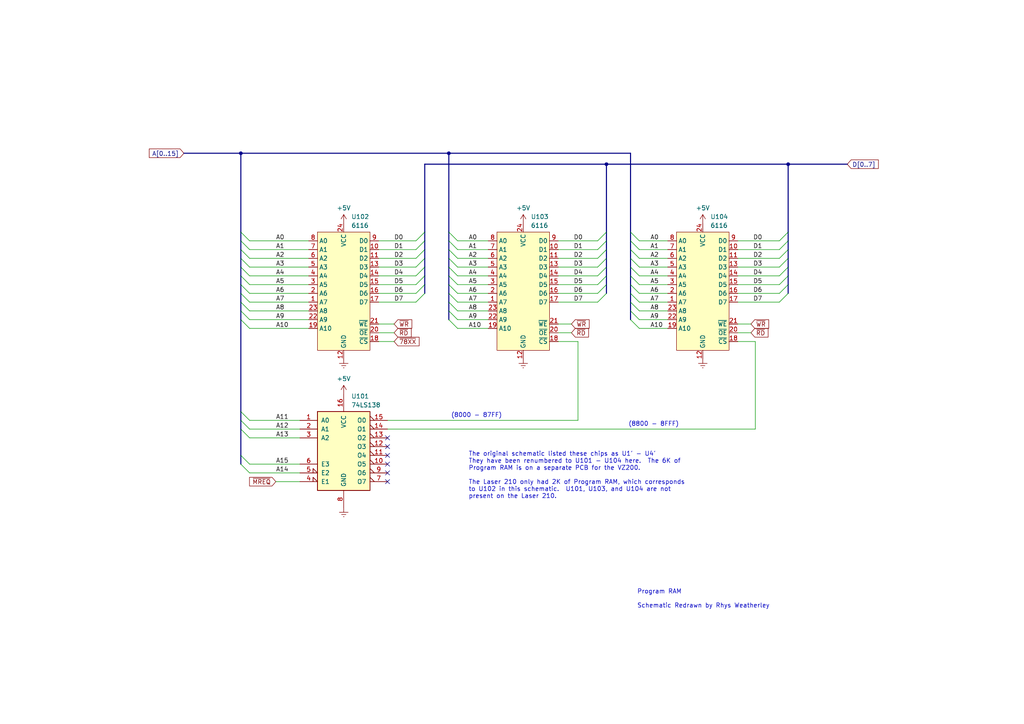
<source format=kicad_sch>
(kicad_sch (version 20230121) (generator eeschema)
  (paper "A4")
  (lib_symbols
    (symbol "6116_2K_x_8_Static_RAM_1"
      (property "Reference" "U" (at 3.81 2.54 0))
      (property "Value" "6116" (at 5.08 0 0))
      (symbol "6116_2K_x_8_Static_RAM_1_1_1"
        (rectangle (start -7.62 -2.54) (end 7.62 -36.83) (fill (type background)))
        (pin input line (at -10.16 -22.86 0) (length 2.54) (name "A7") (number "1"))
        (pin bidirectional line (at 10.16 -7.62 180) (length 2.54) (name "D1") (number "10"))
        (pin bidirectional line (at 10.16 -10.16 180) (length 2.54) (name "D2") (number "11"))
        (pin power_in line (at 0 -39.37 90) (length 2.54) (name "GND") (number "12"))
        (pin bidirectional line (at 10.16 -12.7 180) (length 2.54) (name "D3") (number "13"))
        (pin bidirectional line (at 10.16 -15.24 180) (length 2.54) (name "D4") (number "14"))
        (pin bidirectional line (at 10.16 -17.78 180) (length 2.54) (name "D5") (number "15"))
        (pin bidirectional line (at 10.16 -20.32 180) (length 2.54) (name "D6") (number "16"))
        (pin bidirectional line (at 10.16 -22.86 180) (length 2.54) (name "D7") (number "17"))
        (pin input line (at 10.16 -34.29 180) (length 2.54) (name "~{CS}") (number "18"))
        (pin input line (at -10.16 -30.48 0) (length 2.54) (name "A10") (number "19"))
        (pin input line (at -10.16 -20.32 0) (length 2.54) (name "A6") (number "2"))
        (pin input line (at 10.16 -31.75 180) (length 2.54) (name "~{OE}") (number "20"))
        (pin input line (at 10.16 -29.21 180) (length 2.54) (name "~{WE}") (number "21"))
        (pin input line (at -10.16 -27.94 0) (length 2.54) (name "A9") (number "22"))
        (pin input line (at -10.16 -25.4 0) (length 2.54) (name "A8") (number "23"))
        (pin power_in line (at 0 0 270) (length 2.54) (name "VCC") (number "24"))
        (pin input line (at -10.16 -17.78 0) (length 2.54) (name "A5") (number "3"))
        (pin input line (at -10.16 -15.24 0) (length 2.54) (name "A4") (number "4"))
        (pin input line (at -10.16 -12.7 0) (length 2.54) (name "A3") (number "5"))
        (pin input line (at -10.16 -10.16 0) (length 2.54) (name "A2") (number "6"))
        (pin input line (at -10.16 -7.62 0) (length 2.54) (name "A1") (number "7"))
        (pin input line (at -10.16 -5.08 0) (length 2.54) (name "A0") (number "8"))
        (pin bidirectional line (at 10.16 -5.08 180) (length 2.54) (name "D0") (number "9"))
      )
    )
    (symbol "6116_2K_x_8_Static_RAM_2"
      (property "Reference" "U" (at 3.81 2.54 0))
      (property "Value" "6116" (at 5.08 0 0))
      (symbol "6116_2K_x_8_Static_RAM_2_1_1"
        (rectangle (start -7.62 -2.54) (end 7.62 -36.83) (fill (type background)))
        (pin input line (at -10.16 -22.86 0) (length 2.54) (name "A7") (number "1"))
        (pin bidirectional line (at 10.16 -7.62 180) (length 2.54) (name "D1") (number "10"))
        (pin bidirectional line (at 10.16 -10.16 180) (length 2.54) (name "D2") (number "11"))
        (pin power_in line (at 0 -39.37 90) (length 2.54) (name "GND") (number "12"))
        (pin bidirectional line (at 10.16 -12.7 180) (length 2.54) (name "D3") (number "13"))
        (pin bidirectional line (at 10.16 -15.24 180) (length 2.54) (name "D4") (number "14"))
        (pin bidirectional line (at 10.16 -17.78 180) (length 2.54) (name "D5") (number "15"))
        (pin bidirectional line (at 10.16 -20.32 180) (length 2.54) (name "D6") (number "16"))
        (pin bidirectional line (at 10.16 -22.86 180) (length 2.54) (name "D7") (number "17"))
        (pin input line (at 10.16 -34.29 180) (length 2.54) (name "~{CS}") (number "18"))
        (pin input line (at -10.16 -30.48 0) (length 2.54) (name "A10") (number "19"))
        (pin input line (at -10.16 -20.32 0) (length 2.54) (name "A6") (number "2"))
        (pin input line (at 10.16 -31.75 180) (length 2.54) (name "~{OE}") (number "20"))
        (pin input line (at 10.16 -29.21 180) (length 2.54) (name "~{WE}") (number "21"))
        (pin input line (at -10.16 -27.94 0) (length 2.54) (name "A9") (number "22"))
        (pin input line (at -10.16 -25.4 0) (length 2.54) (name "A8") (number "23"))
        (pin power_in line (at 0 0 270) (length 2.54) (name "VCC") (number "24"))
        (pin input line (at -10.16 -17.78 0) (length 2.54) (name "A5") (number "3"))
        (pin input line (at -10.16 -15.24 0) (length 2.54) (name "A4") (number "4"))
        (pin input line (at -10.16 -12.7 0) (length 2.54) (name "A3") (number "5"))
        (pin input line (at -10.16 -10.16 0) (length 2.54) (name "A2") (number "6"))
        (pin input line (at -10.16 -7.62 0) (length 2.54) (name "A1") (number "7"))
        (pin input line (at -10.16 -5.08 0) (length 2.54) (name "A0") (number "8"))
        (pin bidirectional line (at 10.16 -5.08 180) (length 2.54) (name "D0") (number "9"))
      )
    )
    (symbol "74xx:74LS138" (pin_names (offset 1.016))
      (property "Reference" "U" (at -7.62 11.43 0))
      (property "Value" "74LS138" (at -7.62 -13.97 0))
      (symbol "74LS138_1_0"
        (pin input line (at -12.7 7.62 0) (length 5.08) (name "A0") (number "1"))
        (pin output output_low (at 12.7 -5.08 180) (length 5.08) (name "O5") (number "10"))
        (pin output output_low (at 12.7 -2.54 180) (length 5.08) (name "O4") (number "11"))
        (pin output output_low (at 12.7 0 180) (length 5.08) (name "O3") (number "12"))
        (pin output output_low (at 12.7 2.54 180) (length 5.08) (name "O2") (number "13"))
        (pin output output_low (at 12.7 5.08 180) (length 5.08) (name "O1") (number "14"))
        (pin output output_low (at 12.7 7.62 180) (length 5.08) (name "O0") (number "15"))
        (pin power_in line (at 0 15.24 270) (length 5.08) (name "VCC") (number "16"))
        (pin input line (at -12.7 5.08 0) (length 5.08) (name "A1") (number "2"))
        (pin input line (at -12.7 2.54 0) (length 5.08) (name "A2") (number "3"))
        (pin input input_low (at -12.7 -10.16 0) (length 5.08) (name "E1") (number "4"))
        (pin input input_low (at -12.7 -7.62 0) (length 5.08) (name "E2") (number "5"))
        (pin input line (at -12.7 -5.08 0) (length 5.08) (name "E3") (number "6"))
        (pin output output_low (at 12.7 -10.16 180) (length 5.08) (name "O7") (number "7"))
        (pin power_in line (at 0 -17.78 90) (length 5.08) (name "GND") (number "8"))
        (pin output output_low (at 12.7 -7.62 180) (length 5.08) (name "O6") (number "9"))
      )
      (symbol "74LS138_1_1"
        (rectangle (start -7.62 10.16) (end 7.62 -12.7) (stroke (width 0.254)) (fill (type background)))
      )
    )
    (symbol "RAM_6116:6116_2K_x_8_Static_RAM"
      (property "Reference" "U" (at 3.81 2.54 0))
      (property "Value" "6116" (at 5.08 0 0))
      (symbol "6116_2K_x_8_Static_RAM_1_1"
        (rectangle (start -7.62 -2.54) (end 7.62 -36.83) (fill (type background)))
        (pin input line (at -10.16 -22.86 0) (length 2.54) (name "A7") (number "1"))
        (pin bidirectional line (at 10.16 -7.62 180) (length 2.54) (name "D1") (number "10"))
        (pin bidirectional line (at 10.16 -10.16 180) (length 2.54) (name "D2") (number "11"))
        (pin power_in line (at 0 -39.37 90) (length 2.54) (name "GND") (number "12"))
        (pin bidirectional line (at 10.16 -12.7 180) (length 2.54) (name "D3") (number "13"))
        (pin bidirectional line (at 10.16 -15.24 180) (length 2.54) (name "D4") (number "14"))
        (pin bidirectional line (at 10.16 -17.78 180) (length 2.54) (name "D5") (number "15"))
        (pin bidirectional line (at 10.16 -20.32 180) (length 2.54) (name "D6") (number "16"))
        (pin bidirectional line (at 10.16 -22.86 180) (length 2.54) (name "D7") (number "17"))
        (pin input line (at 10.16 -34.29 180) (length 2.54) (name "~{CS}") (number "18"))
        (pin input line (at -10.16 -30.48 0) (length 2.54) (name "A10") (number "19"))
        (pin input line (at -10.16 -20.32 0) (length 2.54) (name "A6") (number "2"))
        (pin input line (at 10.16 -31.75 180) (length 2.54) (name "~{OE}") (number "20"))
        (pin input line (at 10.16 -29.21 180) (length 2.54) (name "~{WE}") (number "21"))
        (pin input line (at -10.16 -27.94 0) (length 2.54) (name "A9") (number "22"))
        (pin input line (at -10.16 -25.4 0) (length 2.54) (name "A8") (number "23"))
        (pin power_in line (at 0 0 270) (length 2.54) (name "VCC") (number "24"))
        (pin input line (at -10.16 -17.78 0) (length 2.54) (name "A5") (number "3"))
        (pin input line (at -10.16 -15.24 0) (length 2.54) (name "A4") (number "4"))
        (pin input line (at -10.16 -12.7 0) (length 2.54) (name "A3") (number "5"))
        (pin input line (at -10.16 -10.16 0) (length 2.54) (name "A2") (number "6"))
        (pin input line (at -10.16 -7.62 0) (length 2.54) (name "A1") (number "7"))
        (pin input line (at -10.16 -5.08 0) (length 2.54) (name "A0") (number "8"))
        (pin bidirectional line (at 10.16 -5.08 180) (length 2.54) (name "D0") (number "9"))
      )
    )
    (symbol "power:+5V" (power) (pin_names (offset 0))
      (property "Value" "+5V" (at 0 3.556 0))
      (symbol "+5V_0_1"
        (polyline (pts (xy -0.762 1.27) (xy 0 2.54)))
        (polyline (pts (xy 0 0) (xy 0 2.54)))
        (polyline (pts (xy 0 2.54) (xy 0.762 1.27)))
      )
      (symbol "+5V_1_1"
        (pin power_in line (at 0 0 90) (length 0) hide (name "+5V") (number "1"))
      )
    )
    (symbol "power:Earth" (power) (pin_names (offset 0))
      (symbol "Earth_0_1"
        (polyline (pts (xy -0.635 -1.905) (xy 0.635 -1.905)))
        (polyline (pts (xy -0.127 -2.54) (xy 0.127 -2.54)))
        (polyline (pts (xy 0 -1.27) (xy 0 0)))
        (polyline (pts (xy 1.27 -1.27) (xy -1.27 -1.27)))
      )
      (symbol "Earth_1_1"
        (pin power_in line (at 0 0 270) (length 0) hide (name "Earth") (number "1"))
      )
    )
  )
  (junction (at 130.175 44.45))
  (junction (at 69.85 44.45))
  (junction (at 175.895 47.625))
  (junction (at 228.6 47.625))
  (no_connect (at 112.395 127))
  (no_connect (at 112.395 139.7))
  (no_connect (at 112.395 132.08))
  (no_connect (at 112.395 134.62))
  (no_connect (at 112.395 137.16))
  (no_connect (at 112.395 129.54))
  (bus_entry (at 130.175 87.63) (size 2.54 2.54))
  (bus_entry (at 226.06 87.63) (size 2.54 -2.54))
  (bus_entry (at 182.88 77.47) (size 2.54 2.54))
  (bus_entry (at 69.85 77.47) (size 2.54 2.54))
  (bus_entry (at 130.175 72.39) (size 2.54 2.54))
  (bus_entry (at 130.175 92.71) (size 2.54 2.54))
  (bus_entry (at 72.39 124.46) (size -2.54 -2.54))
  (bus_entry (at 69.85 82.55) (size 2.54 2.54))
  (bus_entry (at 182.88 80.01) (size 2.54 2.54))
  (bus_entry (at 173.355 69.85) (size 2.54 -2.54))
  (bus_entry (at 69.85 72.39) (size 2.54 2.54))
  (bus_entry (at 120.65 74.93) (size 2.54 -2.54))
  (bus_entry (at 120.65 82.55) (size 2.54 -2.54))
  (bus_entry (at 182.88 74.93) (size 2.54 2.54))
  (bus_entry (at 182.88 82.55) (size 2.54 2.54))
  (bus_entry (at 69.85 87.63) (size 2.54 2.54))
  (bus_entry (at 72.39 95.25) (size -2.54 -2.54))
  (bus_entry (at 120.65 72.39) (size 2.54 -2.54))
  (bus_entry (at 226.06 69.85) (size 2.54 -2.54))
  (bus_entry (at 120.65 87.63) (size 2.54 -2.54))
  (bus_entry (at 69.85 80.01) (size 2.54 2.54))
  (bus_entry (at 226.06 72.39) (size 2.54 -2.54))
  (bus_entry (at 226.06 82.55) (size 2.54 -2.54))
  (bus_entry (at 182.88 87.63) (size 2.54 2.54))
  (bus_entry (at 182.88 90.17) (size 2.54 2.54))
  (bus_entry (at 182.88 92.71) (size 2.54 2.54))
  (bus_entry (at 173.355 74.93) (size 2.54 -2.54))
  (bus_entry (at 120.65 85.09) (size 2.54 -2.54))
  (bus_entry (at 226.06 77.47) (size 2.54 -2.54))
  (bus_entry (at 130.175 69.85) (size 2.54 2.54))
  (bus_entry (at 120.65 77.47) (size 2.54 -2.54))
  (bus_entry (at 173.355 82.55) (size 2.54 -2.54))
  (bus_entry (at 173.355 85.09) (size 2.54 -2.54))
  (bus_entry (at 182.88 85.09) (size 2.54 2.54))
  (bus_entry (at 226.06 74.93) (size 2.54 -2.54))
  (bus_entry (at 226.06 85.09) (size 2.54 -2.54))
  (bus_entry (at 72.39 137.16) (size -2.54 -2.54))
  (bus_entry (at 69.85 74.93) (size 2.54 2.54))
  (bus_entry (at 120.65 80.01) (size 2.54 -2.54))
  (bus_entry (at 182.88 72.39) (size 2.54 2.54))
  (bus_entry (at 173.355 87.63) (size 2.54 -2.54))
  (bus_entry (at 130.175 74.93) (size 2.54 2.54))
  (bus_entry (at 72.39 134.62) (size -2.54 -2.54))
  (bus_entry (at 72.39 127) (size -2.54 -2.54))
  (bus_entry (at 173.355 77.47) (size 2.54 -2.54))
  (bus_entry (at 173.355 80.01) (size 2.54 -2.54))
  (bus_entry (at 173.355 72.39) (size 2.54 -2.54))
  (bus_entry (at 226.06 80.01) (size 2.54 -2.54))
  (bus_entry (at 130.175 77.47) (size 2.54 2.54))
  (bus_entry (at 69.85 85.09) (size 2.54 2.54))
  (bus_entry (at 69.85 69.85) (size 2.54 2.54))
  (bus_entry (at 72.39 121.92) (size -2.54 -2.54))
  (bus_entry (at 182.88 69.85) (size 2.54 2.54))
  (bus_entry (at 130.175 67.31) (size 2.54 2.54))
  (bus_entry (at 69.85 67.31) (size 2.54 2.54))
  (bus_entry (at 130.175 80.01) (size 2.54 2.54))
  (bus_entry (at 130.175 85.09) (size 2.54 2.54))
  (bus_entry (at 182.88 67.31) (size 2.54 2.54))
  (bus_entry (at 120.65 69.85) (size 2.54 -2.54))
  (bus_entry (at 69.85 90.17) (size 2.54 2.54))
  (bus_entry (at 130.175 90.17) (size 2.54 2.54))
  (bus_entry (at 130.175 82.55) (size 2.54 2.54))
  (wire (pts (xy 213.995 82.55) (xy 226.06 82.55)))
  (bus (pts (xy 69.85 134.62) (xy 69.85 132.08)))
  (bus (pts (xy 182.88 72.39) (xy 182.88 74.93)))
  (wire (pts (xy 213.995 87.63) (xy 226.06 87.63)))
  (wire (pts (xy 72.39 82.55) (xy 89.535 82.55)))
  (wire (pts (xy 213.995 85.09) (xy 226.06 85.09)))
  (wire (pts (xy 72.39 69.85) (xy 89.535 69.85)))
  (bus (pts (xy 123.19 47.625) (xy 123.19 67.31)))
  (bus (pts (xy 123.19 82.55) (xy 123.19 85.09)))
  (bus (pts (xy 228.6 47.625) (xy 175.895 47.625)))
  (bus (pts (xy 123.19 72.39) (xy 123.19 74.93)))
  (bus (pts (xy 228.6 72.39) (xy 228.6 74.93)))
  (wire (pts (xy 72.39 92.71) (xy 89.535 92.71)))
  (wire (pts (xy 80.01 139.7) (xy 86.995 139.7)))
  (wire (pts (xy 161.925 96.52) (xy 165.735 96.52)))
  (wire (pts (xy 185.42 80.01) (xy 193.675 80.01)))
  (wire (pts (xy 185.42 87.63) (xy 193.675 87.63)))
  (wire (pts (xy 213.995 69.85) (xy 226.06 69.85)))
  (wire (pts (xy 132.715 69.85) (xy 141.605 69.85)))
  (bus (pts (xy 175.895 82.55) (xy 175.895 85.09)))
  (bus (pts (xy 123.19 77.47) (xy 123.19 80.01)))
  (bus (pts (xy 245.745 47.625) (xy 228.6 47.625)))
  (wire (pts (xy 132.715 95.25) (xy 141.605 95.25)))
  (wire (pts (xy 213.995 93.98) (xy 217.805 93.98)))
  (bus (pts (xy 69.85 74.93) (xy 69.85 72.39)))
  (wire (pts (xy 132.715 72.39) (xy 141.605 72.39)))
  (wire (pts (xy 167.64 121.92) (xy 167.64 99.06)))
  (bus (pts (xy 182.88 85.09) (xy 182.88 87.63)))
  (wire (pts (xy 132.715 82.55) (xy 141.605 82.55)))
  (bus (pts (xy 130.175 67.31) (xy 130.175 69.85)))
  (wire (pts (xy 185.42 95.25) (xy 193.675 95.25)))
  (wire (pts (xy 161.925 69.85) (xy 173.355 69.85)))
  (bus (pts (xy 130.175 69.85) (xy 130.175 72.39)))
  (wire (pts (xy 72.39 77.47) (xy 89.535 77.47)))
  (wire (pts (xy 213.995 77.47) (xy 226.06 77.47)))
  (wire (pts (xy 109.855 69.85) (xy 120.65 69.85)))
  (bus (pts (xy 69.85 85.09) (xy 69.85 82.55)))
  (wire (pts (xy 161.925 74.93) (xy 173.355 74.93)))
  (wire (pts (xy 72.39 72.39) (xy 89.535 72.39)))
  (wire (pts (xy 72.39 137.16) (xy 86.995 137.16)))
  (bus (pts (xy 123.19 69.85) (xy 123.19 72.39)))
  (bus (pts (xy 130.175 44.45) (xy 182.88 44.45)))
  (bus (pts (xy 69.85 82.55) (xy 69.85 80.01)))
  (wire (pts (xy 109.855 96.52) (xy 114.3 96.52)))
  (bus (pts (xy 182.88 80.01) (xy 182.88 82.55)))
  (bus (pts (xy 130.175 77.47) (xy 130.175 80.01)))
  (wire (pts (xy 132.715 74.93) (xy 141.605 74.93)))
  (bus (pts (xy 175.895 47.625) (xy 123.19 47.625)))
  (bus (pts (xy 182.88 67.31) (xy 182.88 69.85)))
  (wire (pts (xy 72.39 95.25) (xy 89.535 95.25)))
  (wire (pts (xy 213.995 74.93) (xy 226.06 74.93)))
  (bus (pts (xy 130.175 87.63) (xy 130.175 90.17)))
  (bus (pts (xy 123.19 80.01) (xy 123.19 82.55)))
  (bus (pts (xy 228.6 69.85) (xy 228.6 72.39)))
  (wire (pts (xy 185.42 82.55) (xy 193.675 82.55)))
  (wire (pts (xy 161.925 72.39) (xy 173.355 72.39)))
  (wire (pts (xy 72.39 90.17) (xy 89.535 90.17)))
  (wire (pts (xy 132.715 90.17) (xy 141.605 90.17)))
  (bus (pts (xy 130.175 85.09) (xy 130.175 87.63)))
  (bus (pts (xy 228.6 77.47) (xy 228.6 80.01)))
  (bus (pts (xy 182.88 87.63) (xy 182.88 90.17)))
  (wire (pts (xy 109.855 99.06) (xy 114.3 99.06)))
  (bus (pts (xy 228.6 80.01) (xy 228.6 82.55)))
  (bus (pts (xy 123.19 74.93) (xy 123.19 77.47)))
  (bus (pts (xy 53.34 44.45) (xy 69.85 44.45)))
  (wire (pts (xy 219.075 99.06) (xy 213.995 99.06)))
  (bus (pts (xy 130.175 82.55) (xy 130.175 85.09)))
  (bus (pts (xy 182.88 69.85) (xy 182.88 72.39)))
  (wire (pts (xy 161.925 85.09) (xy 173.355 85.09)))
  (bus (pts (xy 69.85 90.17) (xy 69.85 87.63)))
  (bus (pts (xy 175.895 47.625) (xy 175.895 67.31)))
  (wire (pts (xy 161.925 93.98) (xy 165.735 93.98)))
  (wire (pts (xy 72.39 74.93) (xy 89.535 74.93)))
  (bus (pts (xy 175.895 67.31) (xy 175.895 69.85)))
  (bus (pts (xy 182.88 77.47) (xy 182.88 80.01)))
  (wire (pts (xy 72.39 85.09) (xy 89.535 85.09)))
  (bus (pts (xy 182.88 74.93) (xy 182.88 77.47)))
  (bus (pts (xy 228.6 67.31) (xy 228.6 69.85)))
  (wire (pts (xy 185.42 74.93) (xy 193.675 74.93)))
  (wire (pts (xy 213.995 80.01) (xy 226.06 80.01)))
  (wire (pts (xy 72.39 127) (xy 86.995 127)))
  (bus (pts (xy 182.88 44.45) (xy 182.88 67.31)))
  (wire (pts (xy 132.715 87.63) (xy 141.605 87.63)))
  (bus (pts (xy 175.895 77.47) (xy 175.895 80.01)))
  (wire (pts (xy 109.855 80.01) (xy 120.65 80.01)))
  (bus (pts (xy 69.85 87.63) (xy 69.85 85.09)))
  (wire (pts (xy 185.42 92.71) (xy 193.675 92.71)))
  (bus (pts (xy 228.6 82.55) (xy 228.6 85.09)))
  (wire (pts (xy 109.855 87.63) (xy 120.65 87.63)))
  (wire (pts (xy 109.855 72.39) (xy 120.65 72.39)))
  (wire (pts (xy 213.995 96.52) (xy 217.805 96.52)))
  (bus (pts (xy 130.175 74.93) (xy 130.175 77.47)))
  (wire (pts (xy 161.925 80.01) (xy 173.355 80.01)))
  (bus (pts (xy 175.895 80.01) (xy 175.895 82.55)))
  (wire (pts (xy 72.39 134.62) (xy 86.995 134.62)))
  (bus (pts (xy 69.85 72.39) (xy 69.85 69.85)))
  (bus (pts (xy 175.895 74.93) (xy 175.895 77.47)))
  (wire (pts (xy 132.715 80.01) (xy 141.605 80.01)))
  (wire (pts (xy 161.925 77.47) (xy 173.355 77.47)))
  (wire (pts (xy 72.39 80.01) (xy 89.535 80.01)))
  (wire (pts (xy 132.715 85.09) (xy 141.605 85.09)))
  (bus (pts (xy 130.175 80.01) (xy 130.175 82.55)))
  (bus (pts (xy 130.175 72.39) (xy 130.175 74.93)))
  (wire (pts (xy 112.395 124.46) (xy 219.075 124.46)))
  (wire (pts (xy 109.855 82.55) (xy 120.65 82.55)))
  (wire (pts (xy 109.855 85.09) (xy 120.65 85.09)))
  (bus (pts (xy 228.6 74.93) (xy 228.6 77.47)))
  (wire (pts (xy 109.855 77.47) (xy 120.65 77.47)))
  (bus (pts (xy 69.85 80.01) (xy 69.85 77.47)))
  (wire (pts (xy 185.42 85.09) (xy 193.675 85.09)))
  (wire (pts (xy 219.075 124.46) (xy 219.075 99.06)))
  (wire (pts (xy 109.855 93.98) (xy 114.3 93.98)))
  (bus (pts (xy 69.85 77.47) (xy 69.85 74.93)))
  (bus (pts (xy 69.85 92.71) (xy 69.85 90.17)))
  (bus (pts (xy 69.85 124.46) (xy 69.85 132.08)))
  (wire (pts (xy 185.42 69.85) (xy 193.675 69.85)))
  (wire (pts (xy 72.39 121.92) (xy 86.995 121.92)))
  (bus (pts (xy 228.6 47.625) (xy 228.6 67.31)))
  (bus (pts (xy 69.85 67.31) (xy 69.85 44.45)))
  (bus (pts (xy 175.895 69.85) (xy 175.895 72.39)))
  (wire (pts (xy 167.64 99.06) (xy 161.925 99.06)))
  (bus (pts (xy 69.85 69.85) (xy 69.85 67.31)))
  (wire (pts (xy 185.42 72.39) (xy 193.675 72.39)))
  (bus (pts (xy 123.19 67.31) (xy 123.19 69.85)))
  (wire (pts (xy 109.855 74.93) (xy 120.65 74.93)))
  (wire (pts (xy 112.395 121.92) (xy 167.64 121.92)))
  (bus (pts (xy 69.85 124.46) (xy 69.85 121.92)))
  (wire (pts (xy 161.925 82.55) (xy 173.355 82.55)))
  (wire (pts (xy 132.715 77.47) (xy 141.605 77.47)))
  (wire (pts (xy 161.925 87.63) (xy 173.355 87.63)))
  (wire (pts (xy 185.42 90.17) (xy 193.675 90.17)))
  (bus (pts (xy 175.895 72.39) (xy 175.895 74.93)))
  (bus (pts (xy 69.85 92.71) (xy 69.85 119.38)))
  (bus (pts (xy 69.85 119.38) (xy 69.85 121.92)))
  (wire (pts (xy 185.42 77.47) (xy 193.675 77.47)))
  (wire (pts (xy 213.995 72.39) (xy 226.06 72.39)))
  (bus (pts (xy 182.88 82.55) (xy 182.88 85.09)))
  (wire (pts (xy 132.715 92.71) (xy 141.605 92.71)))
  (bus (pts (xy 69.85 44.45) (xy 130.175 44.45)))
  (bus (pts (xy 130.175 90.17) (xy 130.175 92.71)))
  (wire (pts (xy 72.39 124.46) (xy 86.995 124.46)))
  (wire (pts (xy 72.39 87.63) (xy 89.535 87.63)))
  (bus (pts (xy 130.175 44.45) (xy 130.175 67.31)))
  (bus (pts (xy 182.88 90.17) (xy 182.88 92.71)))
  (text "The original schematic listed these chips as U1' - U4'\nThey have been renumbered to U101 - U104 here.  The 6K of\nProgram RAM is on a separate PCB for the VZ200.\n\nThe Laser 210 only had 2K of Program RAM, which corresponds\nto U102 in this schematic.  U101, U103, and U104 are not\npresent on the Laser 210." (at 135.89 144.78 0) (effects (font (size 1.27 1.27)) (justify left bottom)))
  (text "(8800 - 8FFF)" (at 182.245 123.825 0) (effects (font (size 1.27 1.27)) (justify left bottom)))
  (text "Program RAM\n\nSchematic Redrawn by Rhys Weatherley" (at 184.785 176.53 0) (effects (font (size 1.27 1.27)) (justify left bottom)))
  (text "(8000 - 87FF)" (at 130.81 121.285 0) (effects (font (size 1.27 1.27)) (justify left bottom)))
  (label "D1" (at 166.37 72.39 0))
  (label "A8" (at 135.89 90.17 0))
  (label "D2" (at 114.3 74.93 0))
  (label "A9" (at 80.01 92.71 0))
  (label "A10" (at 188.595 95.25 0))
  (label "A1" (at 188.595 72.39 0))
  (label "D3" (at 218.44 77.47 0))
  (label "D7" (at 166.37 87.63 0))
  (label "A1" (at 135.89 72.39 0))
  (label "A9" (at 135.89 92.71 0))
  (label "A15" (at 80.01 134.62 0))
  (label "A1" (at 80.01 72.39 0))
  (label "A6" (at 135.89 85.09 0))
  (label "A12" (at 80.01 124.46 0))
  (label "A10" (at 80.01 95.25 0))
  (label "A9" (at 188.595 92.71 0))
  (label "A8" (at 80.01 90.17 0))
  (label "A3" (at 135.89 77.47 0))
  (label "A11" (at 80.01 121.92 0))
  (label "D5" (at 218.44 82.55 0))
  (label "A0" (at 135.89 69.85 0))
  (label "A5" (at 80.01 82.55 0))
  (label "D0" (at 166.37 69.85 0))
  (label "A2" (at 188.595 74.93 0))
  (label "D5" (at 166.37 82.55 0))
  (label "A4" (at 135.89 80.01 0))
  (label "A7" (at 188.595 87.63 0))
  (label "A0" (at 188.595 69.85 0))
  (label "D3" (at 166.37 77.47 0))
  (label "A14" (at 80.01 137.16 0))
  (label "D5" (at 114.3 82.55 0))
  (label "D7" (at 218.44 87.63 0))
  (label "D6" (at 218.44 85.09 0))
  (label "A3" (at 188.595 77.47 0))
  (label "A7" (at 80.01 87.63 0))
  (label "D1" (at 218.44 72.39 0))
  (label "D1" (at 114.3 72.39 0))
  (label "A10" (at 135.89 95.25 0))
  (label "D6" (at 114.3 85.09 0))
  (label "A2" (at 135.89 74.93 0))
  (label "A5" (at 188.595 82.55 0))
  (label "D4" (at 114.3 80.01 0))
  (label "D7" (at 114.3 87.63 0))
  (label "D3" (at 114.3 77.47 0))
  (label "D4" (at 218.44 80.01 0))
  (label "D6" (at 166.37 85.09 0))
  (label "A6" (at 80.01 85.09 0))
  (label "A13" (at 80.01 127 0))
  (label "D4" (at 166.37 80.01 0))
  (label "D2" (at 218.44 74.93 0))
  (label "A5" (at 135.89 82.55 0))
  (label "D0" (at 114.3 69.85 0))
  (label "A7" (at 135.89 87.63 0))
  (label "A4" (at 80.01 80.01 0))
  (label "A0" (at 80.01 69.85 0))
  (label "A6" (at 188.595 85.09 0))
  (label "D2" (at 166.37 74.93 0))
  (label "D0" (at 218.44 69.85 0))
  (label "A3" (at 80.01 77.47 0))
  (label "A4" (at 188.595 80.01 0))
  (label "A8" (at 188.595 90.17 0))
  (label "A2" (at 80.01 74.93 0))
  (global_label "~{RD}" (shape input) (at 114.3 96.52 0) (property "Intersheetrefs" "${INTERSHEET_REFS}" (effects hide)))
  (global_label "~{MREQ}" (shape input) (at 80.01 139.7 180) (property "Intersheetrefs" "${INTERSHEET_REFS}" (effects hide)))
  (global_label "~{RD}" (shape input) (at 165.735 96.52 0) (property "Intersheetrefs" "${INTERSHEET_REFS}" (effects hide)))
  (global_label "~{WR}" (shape input) (at 165.735 93.98 0) (property "Intersheetrefs" "${INTERSHEET_REFS}" (effects hide)))
  (global_label "~{78XX}" (shape input) (at 114.3 99.06 0) (property "Intersheetrefs" "${INTERSHEET_REFS}" (effects hide)))
  (global_label "A[0..15]" (shape input) (at 53.34 44.45 180) (property "Intersheetrefs" "${INTERSHEET_REFS}" (effects hide)))
  (global_label "~{WR}" (shape input) (at 217.805 93.98 0) (property "Intersheetrefs" "${INTERSHEET_REFS}" (effects hide)))
  (global_label "D[0..7]" (shape input) (at 245.745 47.625 0) (property "Intersheetrefs" "${INTERSHEET_REFS}" (effects hide)))
  (global_label "~{WR}" (shape input) (at 114.3 93.98 0) (property "Intersheetrefs" "${INTERSHEET_REFS}" (effects hide)))
  (global_label "~{RD}" (shape input) (at 217.805 96.52 0) (property "Intersheetrefs" "${INTERSHEET_REFS}" (effects hide)))
  (symbol (lib_id "RAM_6116:6116_2K_x_8_Static_RAM") (at 203.835 64.77 0) (unit 1)
    (property "Reference" "U104" (at 206.0291 62.865 0) (effects (justify left)))
    (property "Value" "6116" (at 206.0291 65.405 0) (effects (justify left)))
    (property "Footprint" "Package_DIP:DIP-24_W15.24mm" (effects hide))
  )
  (symbol (lib_id "power:Earth") (at 151.765 104.14 0) (unit 1)
    (property "Reference" "#PWR047" (effects hide))
    (property "Value" "Earth" (effects hide))
  )
  (symbol (lib_name "6116_2K_x_8_Static_RAM_2") (lib_id "RAM_6116:6116_2K_x_8_Static_RAM") (at 151.765 64.77 0) (unit 1)
    (property "Reference" "U103" (at 153.9591 62.865 0) (effects (justify left)))
    (property "Value" "6116" (at 153.9591 65.405 0) (effects (justify left)))
    (property "Footprint" "Package_DIP:DIP-24_W15.24mm" (effects hide))
  )
  (symbol (lib_id "power:+5V") (at 99.695 64.77 0) (unit 1)
    (property "Reference" "#PWR049" (effects hide))
    (property "Value" "+5V" (at 99.695 60.325 0))
  )
  (symbol (lib_id "power:+5V") (at 203.835 64.77 0) (unit 1)
    (property "Reference" "#PWR051" (effects hide))
    (property "Value" "+5V" (at 203.835 60.325 0))
  )
  (symbol (lib_id "power:Earth") (at 99.695 147.32 0) (unit 1)
    (property "Reference" "#PWR052" (effects hide))
    (property "Value" "Earth" (effects hide))
  )
  (symbol (lib_id "74xx:74LS138") (at 99.695 129.54 0) (unit 1)
    (property "Reference" "U101" (at 101.8891 114.935 0) (effects (justify left)))
    (property "Value" "74LS138" (at 101.8891 117.475 0) (effects (justify left)))
    (property "Footprint" "Package_DIP:DIP-16_W7.62mm" (effects hide))
    (property "Datasheet" "http://www.ti.com/lit/gpn/sn74LS138" (effects hide))
  )
  (symbol (lib_id "power:+5V") (at 151.765 64.77 0) (unit 1)
    (property "Reference" "#PWR050" (effects hide))
    (property "Value" "+5V" (at 151.765 60.325 0))
  )
  (symbol (lib_name "6116_2K_x_8_Static_RAM_1") (lib_id "RAM_6116:6116_2K_x_8_Static_RAM") (at 99.695 64.77 0) (unit 1)
    (property "Reference" "U102" (at 101.8891 62.865 0) (effects (justify left)))
    (property "Value" "6116" (at 101.8891 65.405 0) (effects (justify left)))
    (property "Footprint" "Package_DIP:DIP-24_W15.24mm" (effects hide))
  )
  (symbol (lib_id "power:Earth") (at 203.835 104.14 0) (unit 1)
    (property "Reference" "#PWR048" (effects hide))
    (property "Value" "Earth" (effects hide))
  )
  (symbol (lib_id "power:Earth") (at 99.695 104.14 0) (unit 1)
    (property "Reference" "#PWR046" (effects hide))
    (property "Value" "Earth" (effects hide))
  )
  (symbol (lib_id "power:+5V") (at 99.695 114.3 0) (unit 1)
    (property "Reference" "#PWR053" (effects hide))
    (property "Value" "+5V" (at 99.695 109.855 0))
  )
)
</source>
